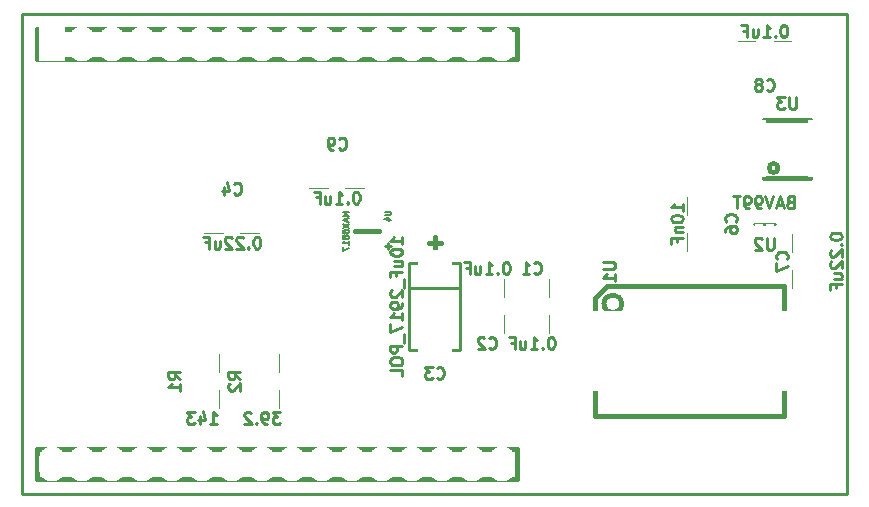
<source format=gbo>
G04 #@! TF.FileFunction,Legend,Bot*
%FSLAX46Y46*%
G04 Gerber Fmt 4.6, Leading zero omitted, Abs format (unit mm)*
G04 Created by KiCad (PCBNEW 4.1.0-alpha+201608211231+7083~46~ubuntu16.04.1-product) date Wed Aug 24 14:24:17 2016*
%MOMM*%
%LPD*%
G01*
G04 APERTURE LIST*
%ADD10C,0.100000*%
%ADD11C,0.228600*%
%ADD12C,0.127000*%
%ADD13C,0.381000*%
%ADD14C,0.250000*%
%ADD15C,0.254000*%
%ADD16R,2.940000X1.670000*%
%ADD17O,2.559000X2.051000*%
%ADD18O,2.254200X2.940000*%
%ADD19R,2.254200X2.940000*%
%ADD20C,3.956000*%
%ADD21R,2.950000X3.170000*%
%ADD22R,1.670000X2.940000*%
%ADD23R,2.940000X4.210000*%
%ADD24O,2.940000X4.210000*%
%ADD25C,3.575000*%
%ADD26R,0.480000X1.800000*%
%ADD27R,20.400000X6.800000*%
%ADD28R,0.800000X1.050000*%
%ADD29R,2.150000X1.050000*%
%ADD30R,0.762000X1.534160*%
%ADD31O,1.924000X2.940000*%
%ADD32C,2.305000*%
G04 APERTURE END LIST*
D10*
D11*
X143510000Y-79375000D02*
X73660000Y-79375000D01*
X143510000Y-120015000D02*
X143510000Y-79375000D01*
X73660000Y-120015000D02*
X143510000Y-120015000D01*
X73660000Y-79375000D02*
X73660000Y-120015000D01*
D12*
X115443000Y-103378000D02*
X115443000Y-101854000D01*
X115443000Y-101854000D02*
X118237000Y-101854000D01*
X118237000Y-101854000D02*
X118237000Y-103378000D01*
X118237000Y-104902000D02*
X118237000Y-106426000D01*
X118237000Y-106426000D02*
X115443000Y-106426000D01*
X115443000Y-106426000D02*
X115443000Y-104902000D01*
X111633000Y-103378000D02*
X111633000Y-101854000D01*
X111633000Y-101854000D02*
X114427000Y-101854000D01*
X114427000Y-101854000D02*
X114427000Y-103378000D01*
X114427000Y-104902000D02*
X114427000Y-106426000D01*
X114427000Y-106426000D02*
X111633000Y-106426000D01*
X111633000Y-106426000D02*
X111633000Y-104902000D01*
D13*
X74930000Y-116205000D02*
X74930000Y-118745000D01*
X74930000Y-118745000D02*
X115570000Y-118745000D01*
X115570000Y-118745000D02*
X115570000Y-116205000D01*
X115570000Y-116205000D02*
X74930000Y-116205000D01*
X74930000Y-80645000D02*
X74930000Y-83185000D01*
X74930000Y-83185000D02*
X115570000Y-83185000D01*
X115570000Y-83185000D02*
X115570000Y-80645000D01*
X115570000Y-80645000D02*
X74930000Y-80645000D01*
D11*
X106426000Y-102616000D02*
X110744000Y-102616000D01*
X110744000Y-100457000D02*
X110744000Y-107823000D01*
X106426000Y-100457000D02*
X106426000Y-107823000D01*
D13*
X109093000Y-98806000D02*
X108077000Y-98806000D01*
X108585000Y-99314000D02*
X108585000Y-98298000D01*
D11*
X106426000Y-100457000D02*
X110744000Y-100457000D01*
X110744000Y-107823000D02*
X106426000Y-107823000D01*
D12*
X92202000Y-95123000D02*
X93726000Y-95123000D01*
X93726000Y-95123000D02*
X93726000Y-97917000D01*
X93726000Y-97917000D02*
X92202000Y-97917000D01*
X90678000Y-97917000D02*
X89154000Y-97917000D01*
X89154000Y-97917000D02*
X89154000Y-95123000D01*
X89154000Y-95123000D02*
X90678000Y-95123000D01*
X132842000Y-97917000D02*
X132842000Y-99441000D01*
X132842000Y-99441000D02*
X130048000Y-99441000D01*
X130048000Y-99441000D02*
X130048000Y-97917000D01*
X130048000Y-96393000D02*
X130048000Y-94869000D01*
X130048000Y-94869000D02*
X132842000Y-94869000D01*
X132842000Y-94869000D02*
X132842000Y-96393000D01*
X138938000Y-99568000D02*
X138938000Y-98044000D01*
X138938000Y-98044000D02*
X141732000Y-98044000D01*
X141732000Y-98044000D02*
X141732000Y-99568000D01*
X141732000Y-101092000D02*
X141732000Y-102616000D01*
X141732000Y-102616000D02*
X138938000Y-102616000D01*
X138938000Y-102616000D02*
X138938000Y-101092000D01*
X135763000Y-84582000D02*
X134239000Y-84582000D01*
X134239000Y-84582000D02*
X134239000Y-81788000D01*
X134239000Y-81788000D02*
X135763000Y-81788000D01*
X137287000Y-81788000D02*
X138811000Y-81788000D01*
X138811000Y-81788000D02*
X138811000Y-84582000D01*
X138811000Y-84582000D02*
X137287000Y-84582000D01*
X101092000Y-91313000D02*
X102616000Y-91313000D01*
X102616000Y-91313000D02*
X102616000Y-94107000D01*
X102616000Y-94107000D02*
X101092000Y-94107000D01*
X99568000Y-94107000D02*
X98044000Y-94107000D01*
X98044000Y-94107000D02*
X98044000Y-91313000D01*
X98044000Y-91313000D02*
X99568000Y-91313000D01*
X87503000Y-109728000D02*
X87503000Y-108204000D01*
X87503000Y-108204000D02*
X90297000Y-108204000D01*
X90297000Y-108204000D02*
X90297000Y-109728000D01*
X90297000Y-111252000D02*
X90297000Y-112776000D01*
X90297000Y-112776000D02*
X87503000Y-112776000D01*
X87503000Y-112776000D02*
X87503000Y-111252000D01*
X92583000Y-109728000D02*
X92583000Y-108204000D01*
X92583000Y-108204000D02*
X95377000Y-108204000D01*
X95377000Y-108204000D02*
X95377000Y-109728000D01*
X95377000Y-111252000D02*
X95377000Y-112776000D01*
X95377000Y-112776000D02*
X92583000Y-112776000D01*
X92583000Y-112776000D02*
X92583000Y-111252000D01*
D13*
X124425000Y-103950000D02*
G75*
G03X124425000Y-103950000I-750000J0D01*
G01*
X123175000Y-102450000D02*
X138175000Y-102450000D01*
X138175000Y-102450000D02*
X138175000Y-113450000D01*
X138175000Y-113450000D02*
X122175000Y-113450000D01*
X122175000Y-113450000D02*
X122175000Y-103450000D01*
X122175000Y-103450000D02*
X123175000Y-102450000D01*
D14*
X137425000Y-97155000D02*
X135625000Y-97155000D01*
D13*
X137672000Y-92456000D02*
G75*
G03X137672000Y-92456000I-381000J0D01*
G01*
X140380000Y-93255000D02*
X136480000Y-93255000D01*
X140380000Y-88355000D02*
X136480000Y-88355000D01*
X103886000Y-97790000D02*
X101854000Y-97790000D01*
D11*
X104648000Y-99314000D02*
X104648000Y-98806000D01*
X104902000Y-99060000D02*
X104394000Y-99060000D01*
D15*
X117009333Y-101327857D02*
X117057714Y-101376238D01*
X117202857Y-101424619D01*
X117299619Y-101424619D01*
X117444761Y-101376238D01*
X117541523Y-101279476D01*
X117589904Y-101182714D01*
X117638285Y-100989190D01*
X117638285Y-100844047D01*
X117589904Y-100650523D01*
X117541523Y-100553761D01*
X117444761Y-100457000D01*
X117299619Y-100408619D01*
X117202857Y-100408619D01*
X117057714Y-100457000D01*
X117009333Y-100505380D01*
X116041714Y-101424619D02*
X116622285Y-101424619D01*
X116332000Y-101424619D02*
X116332000Y-100408619D01*
X116428761Y-100553761D01*
X116525523Y-100650523D01*
X116622285Y-100698904D01*
X118509142Y-106758619D02*
X118412380Y-106758619D01*
X118315619Y-106807000D01*
X118267238Y-106855380D01*
X118218857Y-106952142D01*
X118170476Y-107145666D01*
X118170476Y-107387571D01*
X118218857Y-107581095D01*
X118267238Y-107677857D01*
X118315619Y-107726238D01*
X118412380Y-107774619D01*
X118509142Y-107774619D01*
X118605904Y-107726238D01*
X118654285Y-107677857D01*
X118702666Y-107581095D01*
X118751047Y-107387571D01*
X118751047Y-107145666D01*
X118702666Y-106952142D01*
X118654285Y-106855380D01*
X118605904Y-106807000D01*
X118509142Y-106758619D01*
X117735047Y-107677857D02*
X117686666Y-107726238D01*
X117735047Y-107774619D01*
X117783428Y-107726238D01*
X117735047Y-107677857D01*
X117735047Y-107774619D01*
X116719047Y-107774619D02*
X117299619Y-107774619D01*
X117009333Y-107774619D02*
X117009333Y-106758619D01*
X117106095Y-106903761D01*
X117202857Y-107000523D01*
X117299619Y-107048904D01*
X115848190Y-107097285D02*
X115848190Y-107774619D01*
X116283619Y-107097285D02*
X116283619Y-107629476D01*
X116235238Y-107726238D01*
X116138476Y-107774619D01*
X115993333Y-107774619D01*
X115896571Y-107726238D01*
X115848190Y-107677857D01*
X115025714Y-107242428D02*
X115364380Y-107242428D01*
X115364380Y-107774619D02*
X115364380Y-106758619D01*
X114880571Y-106758619D01*
X113199333Y-107677857D02*
X113247714Y-107726238D01*
X113392857Y-107774619D01*
X113489619Y-107774619D01*
X113634761Y-107726238D01*
X113731523Y-107629476D01*
X113779904Y-107532714D01*
X113828285Y-107339190D01*
X113828285Y-107194047D01*
X113779904Y-107000523D01*
X113731523Y-106903761D01*
X113634761Y-106807000D01*
X113489619Y-106758619D01*
X113392857Y-106758619D01*
X113247714Y-106807000D01*
X113199333Y-106855380D01*
X112812285Y-106855380D02*
X112763904Y-106807000D01*
X112667142Y-106758619D01*
X112425238Y-106758619D01*
X112328476Y-106807000D01*
X112280095Y-106855380D01*
X112231714Y-106952142D01*
X112231714Y-107048904D01*
X112280095Y-107194047D01*
X112860666Y-107774619D01*
X112231714Y-107774619D01*
X114699142Y-100408619D02*
X114602380Y-100408619D01*
X114505619Y-100457000D01*
X114457238Y-100505380D01*
X114408857Y-100602142D01*
X114360476Y-100795666D01*
X114360476Y-101037571D01*
X114408857Y-101231095D01*
X114457238Y-101327857D01*
X114505619Y-101376238D01*
X114602380Y-101424619D01*
X114699142Y-101424619D01*
X114795904Y-101376238D01*
X114844285Y-101327857D01*
X114892666Y-101231095D01*
X114941047Y-101037571D01*
X114941047Y-100795666D01*
X114892666Y-100602142D01*
X114844285Y-100505380D01*
X114795904Y-100457000D01*
X114699142Y-100408619D01*
X113925047Y-101327857D02*
X113876666Y-101376238D01*
X113925047Y-101424619D01*
X113973428Y-101376238D01*
X113925047Y-101327857D01*
X113925047Y-101424619D01*
X112909047Y-101424619D02*
X113489619Y-101424619D01*
X113199333Y-101424619D02*
X113199333Y-100408619D01*
X113296095Y-100553761D01*
X113392857Y-100650523D01*
X113489619Y-100698904D01*
X112038190Y-100747285D02*
X112038190Y-101424619D01*
X112473619Y-100747285D02*
X112473619Y-101279476D01*
X112425238Y-101376238D01*
X112328476Y-101424619D01*
X112183333Y-101424619D01*
X112086571Y-101376238D01*
X112038190Y-101327857D01*
X111215714Y-100892428D02*
X111554380Y-100892428D01*
X111554380Y-101424619D02*
X111554380Y-100408619D01*
X111070571Y-100408619D01*
X108754333Y-110217857D02*
X108802714Y-110266238D01*
X108947857Y-110314619D01*
X109044619Y-110314619D01*
X109189761Y-110266238D01*
X109286523Y-110169476D01*
X109334904Y-110072714D01*
X109383285Y-109879190D01*
X109383285Y-109734047D01*
X109334904Y-109540523D01*
X109286523Y-109443761D01*
X109189761Y-109347000D01*
X109044619Y-109298619D01*
X108947857Y-109298619D01*
X108802714Y-109347000D01*
X108754333Y-109395380D01*
X108415666Y-109298619D02*
X107786714Y-109298619D01*
X108125380Y-109685666D01*
X107980238Y-109685666D01*
X107883476Y-109734047D01*
X107835095Y-109782428D01*
X107786714Y-109879190D01*
X107786714Y-110121095D01*
X107835095Y-110217857D01*
X107883476Y-110266238D01*
X107980238Y-110314619D01*
X108270523Y-110314619D01*
X108367285Y-110266238D01*
X108415666Y-110217857D01*
X105869619Y-98890666D02*
X105869619Y-98310095D01*
X105869619Y-98600380D02*
X104853619Y-98600380D01*
X104998761Y-98503619D01*
X105095523Y-98406857D01*
X105143904Y-98310095D01*
X104853619Y-99519619D02*
X104853619Y-99616380D01*
X104902000Y-99713142D01*
X104950380Y-99761523D01*
X105047142Y-99809904D01*
X105240666Y-99858285D01*
X105482571Y-99858285D01*
X105676095Y-99809904D01*
X105772857Y-99761523D01*
X105821238Y-99713142D01*
X105869619Y-99616380D01*
X105869619Y-99519619D01*
X105821238Y-99422857D01*
X105772857Y-99374476D01*
X105676095Y-99326095D01*
X105482571Y-99277714D01*
X105240666Y-99277714D01*
X105047142Y-99326095D01*
X104950380Y-99374476D01*
X104902000Y-99422857D01*
X104853619Y-99519619D01*
X105192285Y-100729142D02*
X105869619Y-100729142D01*
X105192285Y-100293714D02*
X105724476Y-100293714D01*
X105821238Y-100342095D01*
X105869619Y-100438857D01*
X105869619Y-100584000D01*
X105821238Y-100680761D01*
X105772857Y-100729142D01*
X105337428Y-101551619D02*
X105337428Y-101212952D01*
X105869619Y-101212952D02*
X104853619Y-101212952D01*
X104853619Y-101696761D01*
X105966380Y-101841904D02*
X105966380Y-102616000D01*
X104950380Y-102809523D02*
X104902000Y-102857904D01*
X104853619Y-102954666D01*
X104853619Y-103196571D01*
X104902000Y-103293333D01*
X104950380Y-103341714D01*
X105047142Y-103390095D01*
X105143904Y-103390095D01*
X105289047Y-103341714D01*
X105869619Y-102761142D01*
X105869619Y-103390095D01*
X105869619Y-103873904D02*
X105869619Y-104067428D01*
X105821238Y-104164190D01*
X105772857Y-104212571D01*
X105627714Y-104309333D01*
X105434190Y-104357714D01*
X105047142Y-104357714D01*
X104950380Y-104309333D01*
X104902000Y-104260952D01*
X104853619Y-104164190D01*
X104853619Y-103970666D01*
X104902000Y-103873904D01*
X104950380Y-103825523D01*
X105047142Y-103777142D01*
X105289047Y-103777142D01*
X105385809Y-103825523D01*
X105434190Y-103873904D01*
X105482571Y-103970666D01*
X105482571Y-104164190D01*
X105434190Y-104260952D01*
X105385809Y-104309333D01*
X105289047Y-104357714D01*
X105869619Y-105325333D02*
X105869619Y-104744761D01*
X105869619Y-105035047D02*
X104853619Y-105035047D01*
X104998761Y-104938285D01*
X105095523Y-104841523D01*
X105143904Y-104744761D01*
X104853619Y-105664000D02*
X104853619Y-106341333D01*
X105869619Y-105905904D01*
X105966380Y-106486476D02*
X105966380Y-107260571D01*
X105869619Y-107502476D02*
X104853619Y-107502476D01*
X104853619Y-107889523D01*
X104902000Y-107986285D01*
X104950380Y-108034666D01*
X105047142Y-108083047D01*
X105192285Y-108083047D01*
X105289047Y-108034666D01*
X105337428Y-107986285D01*
X105385809Y-107889523D01*
X105385809Y-107502476D01*
X104853619Y-108712000D02*
X104853619Y-108905523D01*
X104902000Y-109002285D01*
X104998761Y-109099047D01*
X105192285Y-109147428D01*
X105530952Y-109147428D01*
X105724476Y-109099047D01*
X105821238Y-109002285D01*
X105869619Y-108905523D01*
X105869619Y-108712000D01*
X105821238Y-108615238D01*
X105724476Y-108518476D01*
X105530952Y-108470095D01*
X105192285Y-108470095D01*
X104998761Y-108518476D01*
X104902000Y-108615238D01*
X104853619Y-108712000D01*
X105869619Y-110066666D02*
X105869619Y-109582857D01*
X104853619Y-109582857D01*
X91609333Y-94596857D02*
X91657714Y-94645238D01*
X91802857Y-94693619D01*
X91899619Y-94693619D01*
X92044761Y-94645238D01*
X92141523Y-94548476D01*
X92189904Y-94451714D01*
X92238285Y-94258190D01*
X92238285Y-94113047D01*
X92189904Y-93919523D01*
X92141523Y-93822761D01*
X92044761Y-93726000D01*
X91899619Y-93677619D01*
X91802857Y-93677619D01*
X91657714Y-93726000D01*
X91609333Y-93774380D01*
X90738476Y-94016285D02*
X90738476Y-94693619D01*
X90980380Y-93629238D02*
X91222285Y-94354952D01*
X90593333Y-94354952D01*
X93592952Y-98249619D02*
X93496190Y-98249619D01*
X93399428Y-98298000D01*
X93351047Y-98346380D01*
X93302666Y-98443142D01*
X93254285Y-98636666D01*
X93254285Y-98878571D01*
X93302666Y-99072095D01*
X93351047Y-99168857D01*
X93399428Y-99217238D01*
X93496190Y-99265619D01*
X93592952Y-99265619D01*
X93689714Y-99217238D01*
X93738095Y-99168857D01*
X93786476Y-99072095D01*
X93834857Y-98878571D01*
X93834857Y-98636666D01*
X93786476Y-98443142D01*
X93738095Y-98346380D01*
X93689714Y-98298000D01*
X93592952Y-98249619D01*
X92818857Y-99168857D02*
X92770476Y-99217238D01*
X92818857Y-99265619D01*
X92867238Y-99217238D01*
X92818857Y-99168857D01*
X92818857Y-99265619D01*
X92383428Y-98346380D02*
X92335047Y-98298000D01*
X92238285Y-98249619D01*
X91996380Y-98249619D01*
X91899619Y-98298000D01*
X91851238Y-98346380D01*
X91802857Y-98443142D01*
X91802857Y-98539904D01*
X91851238Y-98685047D01*
X92431809Y-99265619D01*
X91802857Y-99265619D01*
X91415809Y-98346380D02*
X91367428Y-98298000D01*
X91270666Y-98249619D01*
X91028761Y-98249619D01*
X90932000Y-98298000D01*
X90883619Y-98346380D01*
X90835238Y-98443142D01*
X90835238Y-98539904D01*
X90883619Y-98685047D01*
X91464190Y-99265619D01*
X90835238Y-99265619D01*
X89964380Y-98588285D02*
X89964380Y-99265619D01*
X90399809Y-98588285D02*
X90399809Y-99120476D01*
X90351428Y-99217238D01*
X90254666Y-99265619D01*
X90109523Y-99265619D01*
X90012761Y-99217238D01*
X89964380Y-99168857D01*
X89141904Y-98733428D02*
X89480571Y-98733428D01*
X89480571Y-99265619D02*
X89480571Y-98249619D01*
X88996761Y-98249619D01*
X134093857Y-96985666D02*
X134142238Y-96937285D01*
X134190619Y-96792142D01*
X134190619Y-96695380D01*
X134142238Y-96550238D01*
X134045476Y-96453476D01*
X133948714Y-96405095D01*
X133755190Y-96356714D01*
X133610047Y-96356714D01*
X133416523Y-96405095D01*
X133319761Y-96453476D01*
X133223000Y-96550238D01*
X133174619Y-96695380D01*
X133174619Y-96792142D01*
X133223000Y-96937285D01*
X133271380Y-96985666D01*
X133174619Y-97856523D02*
X133174619Y-97663000D01*
X133223000Y-97566238D01*
X133271380Y-97517857D01*
X133416523Y-97421095D01*
X133610047Y-97372714D01*
X133997095Y-97372714D01*
X134093857Y-97421095D01*
X134142238Y-97469476D01*
X134190619Y-97566238D01*
X134190619Y-97759761D01*
X134142238Y-97856523D01*
X134093857Y-97904904D01*
X133997095Y-97953285D01*
X133755190Y-97953285D01*
X133658428Y-97904904D01*
X133610047Y-97856523D01*
X133561666Y-97759761D01*
X133561666Y-97566238D01*
X133610047Y-97469476D01*
X133658428Y-97421095D01*
X133755190Y-97372714D01*
X129618619Y-96066428D02*
X129618619Y-95485857D01*
X129618619Y-95776142D02*
X128602619Y-95776142D01*
X128747761Y-95679380D01*
X128844523Y-95582619D01*
X128892904Y-95485857D01*
X128602619Y-96695380D02*
X128602619Y-96792142D01*
X128651000Y-96888904D01*
X128699380Y-96937285D01*
X128796142Y-96985666D01*
X128989666Y-97034047D01*
X129231571Y-97034047D01*
X129425095Y-96985666D01*
X129521857Y-96937285D01*
X129570238Y-96888904D01*
X129618619Y-96792142D01*
X129618619Y-96695380D01*
X129570238Y-96598619D01*
X129521857Y-96550238D01*
X129425095Y-96501857D01*
X129231571Y-96453476D01*
X128989666Y-96453476D01*
X128796142Y-96501857D01*
X128699380Y-96550238D01*
X128651000Y-96598619D01*
X128602619Y-96695380D01*
X128941285Y-97469476D02*
X129618619Y-97469476D01*
X129038047Y-97469476D02*
X128989666Y-97517857D01*
X128941285Y-97614619D01*
X128941285Y-97759761D01*
X128989666Y-97856523D01*
X129086428Y-97904904D01*
X129618619Y-97904904D01*
X129086428Y-98727380D02*
X129086428Y-98388714D01*
X129618619Y-98388714D02*
X128602619Y-98388714D01*
X128602619Y-98872523D01*
X138411857Y-100160666D02*
X138460238Y-100112285D01*
X138508619Y-99967142D01*
X138508619Y-99870380D01*
X138460238Y-99725238D01*
X138363476Y-99628476D01*
X138266714Y-99580095D01*
X138073190Y-99531714D01*
X137928047Y-99531714D01*
X137734523Y-99580095D01*
X137637761Y-99628476D01*
X137541000Y-99725238D01*
X137492619Y-99870380D01*
X137492619Y-99967142D01*
X137541000Y-100112285D01*
X137589380Y-100160666D01*
X137492619Y-100499333D02*
X137492619Y-101176666D01*
X138508619Y-100741238D01*
X142064619Y-98177047D02*
X142064619Y-98273809D01*
X142113000Y-98370571D01*
X142161380Y-98418952D01*
X142258142Y-98467333D01*
X142451666Y-98515714D01*
X142693571Y-98515714D01*
X142887095Y-98467333D01*
X142983857Y-98418952D01*
X143032238Y-98370571D01*
X143080619Y-98273809D01*
X143080619Y-98177047D01*
X143032238Y-98080285D01*
X142983857Y-98031904D01*
X142887095Y-97983523D01*
X142693571Y-97935142D01*
X142451666Y-97935142D01*
X142258142Y-97983523D01*
X142161380Y-98031904D01*
X142113000Y-98080285D01*
X142064619Y-98177047D01*
X142983857Y-98951142D02*
X143032238Y-98999523D01*
X143080619Y-98951142D01*
X143032238Y-98902761D01*
X142983857Y-98951142D01*
X143080619Y-98951142D01*
X142161380Y-99386571D02*
X142113000Y-99434952D01*
X142064619Y-99531714D01*
X142064619Y-99773619D01*
X142113000Y-99870380D01*
X142161380Y-99918761D01*
X142258142Y-99967142D01*
X142354904Y-99967142D01*
X142500047Y-99918761D01*
X143080619Y-99338190D01*
X143080619Y-99967142D01*
X142161380Y-100354190D02*
X142113000Y-100402571D01*
X142064619Y-100499333D01*
X142064619Y-100741238D01*
X142113000Y-100838000D01*
X142161380Y-100886380D01*
X142258142Y-100934761D01*
X142354904Y-100934761D01*
X142500047Y-100886380D01*
X143080619Y-100305809D01*
X143080619Y-100934761D01*
X142403285Y-101805619D02*
X143080619Y-101805619D01*
X142403285Y-101370190D02*
X142935476Y-101370190D01*
X143032238Y-101418571D01*
X143080619Y-101515333D01*
X143080619Y-101660476D01*
X143032238Y-101757238D01*
X142983857Y-101805619D01*
X142548428Y-102628095D02*
X142548428Y-102289428D01*
X143080619Y-102289428D02*
X142064619Y-102289428D01*
X142064619Y-102773238D01*
X136694333Y-85833857D02*
X136742714Y-85882238D01*
X136887857Y-85930619D01*
X136984619Y-85930619D01*
X137129761Y-85882238D01*
X137226523Y-85785476D01*
X137274904Y-85688714D01*
X137323285Y-85495190D01*
X137323285Y-85350047D01*
X137274904Y-85156523D01*
X137226523Y-85059761D01*
X137129761Y-84963000D01*
X136984619Y-84914619D01*
X136887857Y-84914619D01*
X136742714Y-84963000D01*
X136694333Y-85011380D01*
X136113761Y-85350047D02*
X136210523Y-85301666D01*
X136258904Y-85253285D01*
X136307285Y-85156523D01*
X136307285Y-85108142D01*
X136258904Y-85011380D01*
X136210523Y-84963000D01*
X136113761Y-84914619D01*
X135920238Y-84914619D01*
X135823476Y-84963000D01*
X135775095Y-85011380D01*
X135726714Y-85108142D01*
X135726714Y-85156523D01*
X135775095Y-85253285D01*
X135823476Y-85301666D01*
X135920238Y-85350047D01*
X136113761Y-85350047D01*
X136210523Y-85398428D01*
X136258904Y-85446809D01*
X136307285Y-85543571D01*
X136307285Y-85737095D01*
X136258904Y-85833857D01*
X136210523Y-85882238D01*
X136113761Y-85930619D01*
X135920238Y-85930619D01*
X135823476Y-85882238D01*
X135775095Y-85833857D01*
X135726714Y-85737095D01*
X135726714Y-85543571D01*
X135775095Y-85446809D01*
X135823476Y-85398428D01*
X135920238Y-85350047D01*
X138194142Y-80342619D02*
X138097380Y-80342619D01*
X138000619Y-80391000D01*
X137952238Y-80439380D01*
X137903857Y-80536142D01*
X137855476Y-80729666D01*
X137855476Y-80971571D01*
X137903857Y-81165095D01*
X137952238Y-81261857D01*
X138000619Y-81310238D01*
X138097380Y-81358619D01*
X138194142Y-81358619D01*
X138290904Y-81310238D01*
X138339285Y-81261857D01*
X138387666Y-81165095D01*
X138436047Y-80971571D01*
X138436047Y-80729666D01*
X138387666Y-80536142D01*
X138339285Y-80439380D01*
X138290904Y-80391000D01*
X138194142Y-80342619D01*
X137420047Y-81261857D02*
X137371666Y-81310238D01*
X137420047Y-81358619D01*
X137468428Y-81310238D01*
X137420047Y-81261857D01*
X137420047Y-81358619D01*
X136404047Y-81358619D02*
X136984619Y-81358619D01*
X136694333Y-81358619D02*
X136694333Y-80342619D01*
X136791095Y-80487761D01*
X136887857Y-80584523D01*
X136984619Y-80632904D01*
X135533190Y-80681285D02*
X135533190Y-81358619D01*
X135968619Y-80681285D02*
X135968619Y-81213476D01*
X135920238Y-81310238D01*
X135823476Y-81358619D01*
X135678333Y-81358619D01*
X135581571Y-81310238D01*
X135533190Y-81261857D01*
X134710714Y-80826428D02*
X135049380Y-80826428D01*
X135049380Y-81358619D02*
X135049380Y-80342619D01*
X134565571Y-80342619D01*
X100499333Y-90786857D02*
X100547714Y-90835238D01*
X100692857Y-90883619D01*
X100789619Y-90883619D01*
X100934761Y-90835238D01*
X101031523Y-90738476D01*
X101079904Y-90641714D01*
X101128285Y-90448190D01*
X101128285Y-90303047D01*
X101079904Y-90109523D01*
X101031523Y-90012761D01*
X100934761Y-89916000D01*
X100789619Y-89867619D01*
X100692857Y-89867619D01*
X100547714Y-89916000D01*
X100499333Y-89964380D01*
X100015523Y-90883619D02*
X99822000Y-90883619D01*
X99725238Y-90835238D01*
X99676857Y-90786857D01*
X99580095Y-90641714D01*
X99531714Y-90448190D01*
X99531714Y-90061142D01*
X99580095Y-89964380D01*
X99628476Y-89916000D01*
X99725238Y-89867619D01*
X99918761Y-89867619D01*
X100015523Y-89916000D01*
X100063904Y-89964380D01*
X100112285Y-90061142D01*
X100112285Y-90303047D01*
X100063904Y-90399809D01*
X100015523Y-90448190D01*
X99918761Y-90496571D01*
X99725238Y-90496571D01*
X99628476Y-90448190D01*
X99580095Y-90399809D01*
X99531714Y-90303047D01*
X101999142Y-94439619D02*
X101902380Y-94439619D01*
X101805619Y-94488000D01*
X101757238Y-94536380D01*
X101708857Y-94633142D01*
X101660476Y-94826666D01*
X101660476Y-95068571D01*
X101708857Y-95262095D01*
X101757238Y-95358857D01*
X101805619Y-95407238D01*
X101902380Y-95455619D01*
X101999142Y-95455619D01*
X102095904Y-95407238D01*
X102144285Y-95358857D01*
X102192666Y-95262095D01*
X102241047Y-95068571D01*
X102241047Y-94826666D01*
X102192666Y-94633142D01*
X102144285Y-94536380D01*
X102095904Y-94488000D01*
X101999142Y-94439619D01*
X101225047Y-95358857D02*
X101176666Y-95407238D01*
X101225047Y-95455619D01*
X101273428Y-95407238D01*
X101225047Y-95358857D01*
X101225047Y-95455619D01*
X100209047Y-95455619D02*
X100789619Y-95455619D01*
X100499333Y-95455619D02*
X100499333Y-94439619D01*
X100596095Y-94584761D01*
X100692857Y-94681523D01*
X100789619Y-94729904D01*
X99338190Y-94778285D02*
X99338190Y-95455619D01*
X99773619Y-94778285D02*
X99773619Y-95310476D01*
X99725238Y-95407238D01*
X99628476Y-95455619D01*
X99483333Y-95455619D01*
X99386571Y-95407238D01*
X99338190Y-95358857D01*
X98515714Y-94923428D02*
X98854380Y-94923428D01*
X98854380Y-95455619D02*
X98854380Y-94439619D01*
X98370571Y-94439619D01*
X87073619Y-110320666D02*
X86589809Y-109982000D01*
X87073619Y-109740095D02*
X86057619Y-109740095D01*
X86057619Y-110127142D01*
X86106000Y-110223904D01*
X86154380Y-110272285D01*
X86251142Y-110320666D01*
X86396285Y-110320666D01*
X86493047Y-110272285D01*
X86541428Y-110223904D01*
X86589809Y-110127142D01*
X86589809Y-109740095D01*
X87073619Y-111288285D02*
X87073619Y-110707714D01*
X87073619Y-110998000D02*
X86057619Y-110998000D01*
X86202761Y-110901238D01*
X86299523Y-110804476D01*
X86347904Y-110707714D01*
X89577333Y-114124619D02*
X90157904Y-114124619D01*
X89867619Y-114124619D02*
X89867619Y-113108619D01*
X89964380Y-113253761D01*
X90061142Y-113350523D01*
X90157904Y-113398904D01*
X88706476Y-113447285D02*
X88706476Y-114124619D01*
X88948380Y-113060238D02*
X89190285Y-113785952D01*
X88561333Y-113785952D01*
X88271047Y-113108619D02*
X87642095Y-113108619D01*
X87980761Y-113495666D01*
X87835619Y-113495666D01*
X87738857Y-113544047D01*
X87690476Y-113592428D01*
X87642095Y-113689190D01*
X87642095Y-113931095D01*
X87690476Y-114027857D01*
X87738857Y-114076238D01*
X87835619Y-114124619D01*
X88125904Y-114124619D01*
X88222666Y-114076238D01*
X88271047Y-114027857D01*
X92153619Y-110320666D02*
X91669809Y-109982000D01*
X92153619Y-109740095D02*
X91137619Y-109740095D01*
X91137619Y-110127142D01*
X91186000Y-110223904D01*
X91234380Y-110272285D01*
X91331142Y-110320666D01*
X91476285Y-110320666D01*
X91573047Y-110272285D01*
X91621428Y-110223904D01*
X91669809Y-110127142D01*
X91669809Y-109740095D01*
X91234380Y-110707714D02*
X91186000Y-110756095D01*
X91137619Y-110852857D01*
X91137619Y-111094761D01*
X91186000Y-111191523D01*
X91234380Y-111239904D01*
X91331142Y-111288285D01*
X91427904Y-111288285D01*
X91573047Y-111239904D01*
X92153619Y-110659333D01*
X92153619Y-111288285D01*
X95528190Y-113108619D02*
X94899238Y-113108619D01*
X95237904Y-113495666D01*
X95092761Y-113495666D01*
X94996000Y-113544047D01*
X94947619Y-113592428D01*
X94899238Y-113689190D01*
X94899238Y-113931095D01*
X94947619Y-114027857D01*
X94996000Y-114076238D01*
X95092761Y-114124619D01*
X95383047Y-114124619D01*
X95479809Y-114076238D01*
X95528190Y-114027857D01*
X94415428Y-114124619D02*
X94221904Y-114124619D01*
X94125142Y-114076238D01*
X94076761Y-114027857D01*
X93980000Y-113882714D01*
X93931619Y-113689190D01*
X93931619Y-113302142D01*
X93980000Y-113205380D01*
X94028380Y-113157000D01*
X94125142Y-113108619D01*
X94318666Y-113108619D01*
X94415428Y-113157000D01*
X94463809Y-113205380D01*
X94512190Y-113302142D01*
X94512190Y-113544047D01*
X94463809Y-113640809D01*
X94415428Y-113689190D01*
X94318666Y-113737571D01*
X94125142Y-113737571D01*
X94028380Y-113689190D01*
X93980000Y-113640809D01*
X93931619Y-113544047D01*
X93496190Y-114027857D02*
X93447809Y-114076238D01*
X93496190Y-114124619D01*
X93544571Y-114076238D01*
X93496190Y-114027857D01*
X93496190Y-114124619D01*
X93060761Y-113205380D02*
X93012380Y-113157000D01*
X92915619Y-113108619D01*
X92673714Y-113108619D01*
X92576952Y-113157000D01*
X92528571Y-113205380D01*
X92480190Y-113302142D01*
X92480190Y-113398904D01*
X92528571Y-113544047D01*
X93109142Y-114124619D01*
X92480190Y-114124619D01*
X122868619Y-100425904D02*
X123691095Y-100425904D01*
X123787857Y-100474285D01*
X123836238Y-100522666D01*
X123884619Y-100619428D01*
X123884619Y-100812952D01*
X123836238Y-100909714D01*
X123787857Y-100958095D01*
X123691095Y-101006476D01*
X122868619Y-101006476D01*
X123884619Y-102022476D02*
X123884619Y-101441904D01*
X123884619Y-101732190D02*
X122868619Y-101732190D01*
X123013761Y-101635428D01*
X123110523Y-101538666D01*
X123158904Y-101441904D01*
X131795761Y-108409619D02*
X132279571Y-108409619D01*
X132279571Y-107393619D01*
X131021666Y-107393619D02*
X131215190Y-107393619D01*
X131311952Y-107442000D01*
X131360333Y-107490380D01*
X131457095Y-107635523D01*
X131505476Y-107829047D01*
X131505476Y-108216095D01*
X131457095Y-108312857D01*
X131408714Y-108361238D01*
X131311952Y-108409619D01*
X131118428Y-108409619D01*
X131021666Y-108361238D01*
X130973285Y-108312857D01*
X130924904Y-108216095D01*
X130924904Y-107974190D01*
X130973285Y-107877428D01*
X131021666Y-107829047D01*
X131118428Y-107780666D01*
X131311952Y-107780666D01*
X131408714Y-107829047D01*
X131457095Y-107877428D01*
X131505476Y-107974190D01*
X130054047Y-107732285D02*
X130054047Y-108409619D01*
X130295952Y-107345238D02*
X130537857Y-108070952D01*
X129908904Y-108070952D01*
X129618619Y-107393619D02*
X128941285Y-107393619D01*
X129376714Y-108409619D01*
X128360714Y-107393619D02*
X128263952Y-107393619D01*
X128167190Y-107442000D01*
X128118809Y-107490380D01*
X128070428Y-107587142D01*
X128022047Y-107780666D01*
X128022047Y-108022571D01*
X128070428Y-108216095D01*
X128118809Y-108312857D01*
X128167190Y-108361238D01*
X128263952Y-108409619D01*
X128360714Y-108409619D01*
X128457476Y-108361238D01*
X128505857Y-108312857D01*
X128554238Y-108216095D01*
X128602619Y-108022571D01*
X128602619Y-107780666D01*
X128554238Y-107587142D01*
X128505857Y-107490380D01*
X128457476Y-107442000D01*
X128360714Y-107393619D01*
X137299095Y-98348619D02*
X137299095Y-99171095D01*
X137250714Y-99267857D01*
X137202333Y-99316238D01*
X137105571Y-99364619D01*
X136912047Y-99364619D01*
X136815285Y-99316238D01*
X136766904Y-99267857D01*
X136718523Y-99171095D01*
X136718523Y-98348619D01*
X136283095Y-98445380D02*
X136234714Y-98397000D01*
X136137952Y-98348619D01*
X135896047Y-98348619D01*
X135799285Y-98397000D01*
X135750904Y-98445380D01*
X135702523Y-98542142D01*
X135702523Y-98638904D01*
X135750904Y-98784047D01*
X136331476Y-99364619D01*
X135702523Y-99364619D01*
X138677952Y-95332428D02*
X138532809Y-95380809D01*
X138484428Y-95429190D01*
X138436047Y-95525952D01*
X138436047Y-95671095D01*
X138484428Y-95767857D01*
X138532809Y-95816238D01*
X138629571Y-95864619D01*
X139016619Y-95864619D01*
X139016619Y-94848619D01*
X138677952Y-94848619D01*
X138581190Y-94897000D01*
X138532809Y-94945380D01*
X138484428Y-95042142D01*
X138484428Y-95138904D01*
X138532809Y-95235666D01*
X138581190Y-95284047D01*
X138677952Y-95332428D01*
X139016619Y-95332428D01*
X138049000Y-95574333D02*
X137565190Y-95574333D01*
X138145761Y-95864619D02*
X137807095Y-94848619D01*
X137468428Y-95864619D01*
X137274904Y-94848619D02*
X136936238Y-95864619D01*
X136597571Y-94848619D01*
X136210523Y-95864619D02*
X136017000Y-95864619D01*
X135920238Y-95816238D01*
X135871857Y-95767857D01*
X135775095Y-95622714D01*
X135726714Y-95429190D01*
X135726714Y-95042142D01*
X135775095Y-94945380D01*
X135823476Y-94897000D01*
X135920238Y-94848619D01*
X136113761Y-94848619D01*
X136210523Y-94897000D01*
X136258904Y-94945380D01*
X136307285Y-95042142D01*
X136307285Y-95284047D01*
X136258904Y-95380809D01*
X136210523Y-95429190D01*
X136113761Y-95477571D01*
X135920238Y-95477571D01*
X135823476Y-95429190D01*
X135775095Y-95380809D01*
X135726714Y-95284047D01*
X135242904Y-95864619D02*
X135049380Y-95864619D01*
X134952619Y-95816238D01*
X134904238Y-95767857D01*
X134807476Y-95622714D01*
X134759095Y-95429190D01*
X134759095Y-95042142D01*
X134807476Y-94945380D01*
X134855857Y-94897000D01*
X134952619Y-94848619D01*
X135146142Y-94848619D01*
X135242904Y-94897000D01*
X135291285Y-94945380D01*
X135339666Y-95042142D01*
X135339666Y-95284047D01*
X135291285Y-95380809D01*
X135242904Y-95429190D01*
X135146142Y-95477571D01*
X134952619Y-95477571D01*
X134855857Y-95429190D01*
X134807476Y-95380809D01*
X134759095Y-95284047D01*
X134468809Y-94848619D02*
X133888238Y-94848619D01*
X134178523Y-95864619D02*
X134178523Y-94848619D01*
X139204095Y-86438619D02*
X139204095Y-87261095D01*
X139155714Y-87357857D01*
X139107333Y-87406238D01*
X139010571Y-87454619D01*
X138817047Y-87454619D01*
X138720285Y-87406238D01*
X138671904Y-87357857D01*
X138623523Y-87261095D01*
X138623523Y-86438619D01*
X138236476Y-86438619D02*
X137607523Y-86438619D01*
X137946190Y-86825666D01*
X137801047Y-86825666D01*
X137704285Y-86874047D01*
X137655904Y-86922428D01*
X137607523Y-87019190D01*
X137607523Y-87261095D01*
X137655904Y-87357857D01*
X137704285Y-87406238D01*
X137801047Y-87454619D01*
X138091333Y-87454619D01*
X138188095Y-87406238D01*
X138236476Y-87357857D01*
D12*
X104369809Y-96132952D02*
X104781047Y-96132952D01*
X104829428Y-96157142D01*
X104853619Y-96181333D01*
X104877809Y-96229714D01*
X104877809Y-96326476D01*
X104853619Y-96374857D01*
X104829428Y-96399047D01*
X104781047Y-96423238D01*
X104369809Y-96423238D01*
X104539142Y-96882857D02*
X104877809Y-96882857D01*
X104345619Y-96761904D02*
X104708476Y-96640952D01*
X104708476Y-96955428D01*
X101321809Y-96193428D02*
X100813809Y-96193428D01*
X101176666Y-96362761D01*
X100813809Y-96532095D01*
X101321809Y-96532095D01*
X101176666Y-96749809D02*
X101176666Y-96991714D01*
X101321809Y-96701428D02*
X100813809Y-96870761D01*
X101321809Y-97040095D01*
X100813809Y-97161047D02*
X101321809Y-97499714D01*
X100813809Y-97499714D02*
X101321809Y-97161047D01*
X100813809Y-97910952D02*
X100813809Y-97814190D01*
X100838000Y-97765809D01*
X100862190Y-97741619D01*
X100934761Y-97693238D01*
X101031523Y-97669047D01*
X101225047Y-97669047D01*
X101273428Y-97693238D01*
X101297619Y-97717428D01*
X101321809Y-97765809D01*
X101321809Y-97862571D01*
X101297619Y-97910952D01*
X101273428Y-97935142D01*
X101225047Y-97959333D01*
X101104095Y-97959333D01*
X101055714Y-97935142D01*
X101031523Y-97910952D01*
X101007333Y-97862571D01*
X101007333Y-97765809D01*
X101031523Y-97717428D01*
X101055714Y-97693238D01*
X101104095Y-97669047D01*
X101031523Y-98249619D02*
X101007333Y-98201238D01*
X100983142Y-98177047D01*
X100934761Y-98152857D01*
X100910571Y-98152857D01*
X100862190Y-98177047D01*
X100838000Y-98201238D01*
X100813809Y-98249619D01*
X100813809Y-98346380D01*
X100838000Y-98394761D01*
X100862190Y-98418952D01*
X100910571Y-98443142D01*
X100934761Y-98443142D01*
X100983142Y-98418952D01*
X101007333Y-98394761D01*
X101031523Y-98346380D01*
X101031523Y-98249619D01*
X101055714Y-98201238D01*
X101079904Y-98177047D01*
X101128285Y-98152857D01*
X101225047Y-98152857D01*
X101273428Y-98177047D01*
X101297619Y-98201238D01*
X101321809Y-98249619D01*
X101321809Y-98346380D01*
X101297619Y-98394761D01*
X101273428Y-98418952D01*
X101225047Y-98443142D01*
X101128285Y-98443142D01*
X101079904Y-98418952D01*
X101055714Y-98394761D01*
X101031523Y-98346380D01*
X101321809Y-98926952D02*
X101321809Y-98636666D01*
X101321809Y-98781809D02*
X100813809Y-98781809D01*
X100886380Y-98733428D01*
X100934761Y-98685047D01*
X100958952Y-98636666D01*
X100813809Y-99096285D02*
X100813809Y-99434952D01*
X101321809Y-99217238D01*
%LPC*%
D16*
X116840000Y-102616000D03*
X116840000Y-105664000D03*
X113030000Y-102616000D03*
X113030000Y-105664000D03*
D17*
X101244400Y-104775000D03*
X101244400Y-109855000D03*
D18*
X78740000Y-81915000D03*
X81280000Y-81915000D03*
D19*
X76200000Y-81915000D03*
D18*
X83820000Y-81915000D03*
X86360000Y-81915000D03*
X88900000Y-81915000D03*
X91440000Y-81915000D03*
X93980000Y-81915000D03*
X96520000Y-81915000D03*
X99060000Y-81915000D03*
X101600000Y-81915000D03*
X104140000Y-81915000D03*
X106680000Y-81915000D03*
X109220000Y-81915000D03*
X111760000Y-81915000D03*
X114300000Y-81915000D03*
X114300000Y-117475000D03*
X111760000Y-117475000D03*
X109220000Y-117475000D03*
X106680000Y-117475000D03*
X104140000Y-117475000D03*
X101600000Y-117475000D03*
X99060000Y-117475000D03*
X96520000Y-117475000D03*
X93980000Y-117475000D03*
X91440000Y-117475000D03*
X88900000Y-117475000D03*
X86360000Y-117475000D03*
X83820000Y-117475000D03*
X81280000Y-117475000D03*
X78740000Y-117475000D03*
X76200000Y-117475000D03*
D20*
X77470000Y-86995000D03*
X77470000Y-112395000D03*
X118110000Y-117475000D03*
X118110000Y-81915000D03*
D21*
X108585000Y-100920000D03*
X108585000Y-107360000D03*
D22*
X92964000Y-96520000D03*
X89916000Y-96520000D03*
D16*
X131445000Y-98679000D03*
X131445000Y-95631000D03*
X140335000Y-98806000D03*
X140335000Y-101854000D03*
D22*
X135001000Y-83185000D03*
X138049000Y-83185000D03*
X101854000Y-92710000D03*
X98806000Y-92710000D03*
D16*
X88900000Y-108966000D03*
X88900000Y-112014000D03*
X93980000Y-108966000D03*
X93980000Y-112014000D03*
D18*
X112395000Y-110490000D03*
D19*
X114935000Y-110490000D03*
D23*
X132080000Y-91440000D03*
D24*
X127000000Y-91440000D03*
X121920000Y-91440000D03*
X116840000Y-91440000D03*
D23*
X110490000Y-91440000D03*
D24*
X105410000Y-91440000D03*
D25*
X82550000Y-87630000D03*
X100330000Y-87630000D03*
X140970000Y-95250000D03*
X140970000Y-85725000D03*
D26*
X124650000Y-101067500D03*
X125300000Y-101067500D03*
X125950000Y-101067500D03*
X126600000Y-101067500D03*
X127250000Y-101067500D03*
X127900000Y-101067500D03*
X128550000Y-101067500D03*
X129200000Y-101067500D03*
X129850000Y-101067500D03*
X130500000Y-101067500D03*
X131150000Y-101067500D03*
X131800000Y-101067500D03*
X132450000Y-101067500D03*
X133100000Y-101067500D03*
X133750000Y-101067500D03*
X134400000Y-101067500D03*
X135050000Y-101067500D03*
X135700000Y-101067500D03*
X135700000Y-114832500D03*
X135050000Y-114832500D03*
X134400000Y-114832500D03*
X133750000Y-114832500D03*
X133100000Y-114832500D03*
X132450000Y-114832500D03*
X131800000Y-114832500D03*
X131150000Y-114832500D03*
X130500000Y-114832500D03*
X129850000Y-114832500D03*
X129200000Y-114832500D03*
X128550000Y-114832500D03*
X127900000Y-114832500D03*
X127250000Y-114832500D03*
X126600000Y-114832500D03*
X125950000Y-114832500D03*
X125300000Y-114832500D03*
X124650000Y-114832500D03*
D27*
X130175000Y-107950000D03*
D28*
X137025000Y-97730000D03*
X136025000Y-97730000D03*
X136525000Y-96580000D03*
D29*
X135630000Y-92710000D03*
X135630000Y-91440000D03*
X135630000Y-90170000D03*
X135630000Y-88900000D03*
X141230000Y-88900000D03*
X141230000Y-90170000D03*
X141230000Y-91440000D03*
X141230000Y-92710000D03*
D30*
X103819960Y-98988880D03*
X102870000Y-98988880D03*
X101920040Y-98988880D03*
X101920040Y-96591120D03*
X102870000Y-96591120D03*
X103819960Y-96591120D03*
D31*
X88900000Y-106045000D03*
X91440000Y-106045000D03*
X93980000Y-106045000D03*
X87630000Y-101549200D03*
X95250000Y-101549200D03*
D32*
X85090000Y-99695000D03*
X97790000Y-99695000D03*
X97790000Y-112395000D03*
X85090000Y-112395000D03*
M02*

</source>
